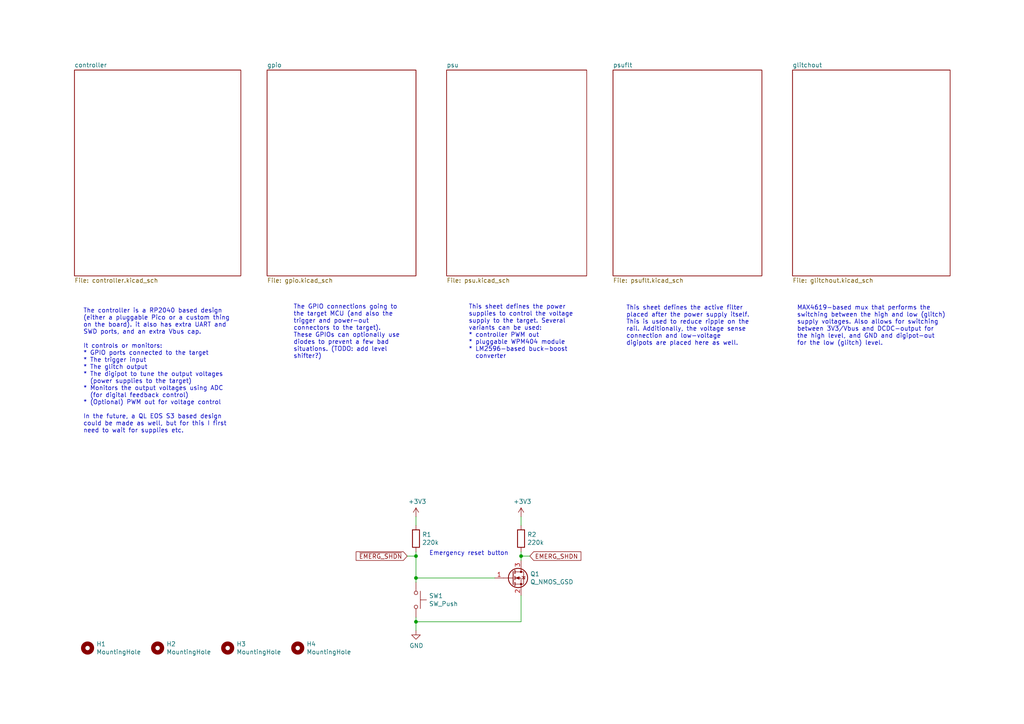
<source format=kicad_sch>
(kicad_sch (version 20211123) (generator eeschema)
  (paper "A4")
  (lib_symbols
    (symbol "Device:Q_NMOS_GSD" (pin_names (offset 0) hide)
      (property "Reference" "Q" (at 5.08 1.27 0))
      (property "Value" "Q_NMOS_GSD" (at 5.08 -1.27 0))
      (symbol "Q_NMOS_GSD_0_1"
        (polyline (pts (xy 0.254 0) (xy -2.54 0)))
        (polyline (pts (xy 0.254 1.905) (xy 0.254 -1.905)) (stroke (width 0.254)))
        (polyline (pts (xy 0.762 -1.27) (xy 0.762 -2.286)) (stroke (width 0.254)))
        (polyline (pts (xy 0.762 0.508) (xy 0.762 -0.508)) (stroke (width 0.254)))
        (polyline (pts (xy 0.762 2.286) (xy 0.762 1.27)) (stroke (width 0.254)))
        (polyline (pts (xy 2.54 2.54) (xy 2.54 1.778)))
        (polyline (pts (xy 2.54 -2.54) (xy 2.54 0) (xy 0.762 0)))
        (polyline (pts (xy 0.762 -1.778) (xy 3.302 -1.778) (xy 3.302 1.778) (xy 0.762 1.778)))
        (polyline (pts (xy 1.016 0) (xy 2.032 0.381) (xy 2.032 -0.381) (xy 1.016 0)) (fill (type outline)))
        (polyline (pts (xy 2.794 0.508) (xy 2.921 0.381) (xy 3.683 0.381) (xy 3.81 0.254)))
        (polyline (pts (xy 3.302 0.381) (xy 2.921 -0.254) (xy 3.683 -0.254) (xy 3.302 0.381)))
        (circle (center 1.651 0) (radius 2.794) (stroke (width 0.254)))
        (circle (center 2.54 -1.778) (radius 0.254) (fill (type outline)))
        (circle (center 2.54 1.778) (radius 0.254) (fill (type outline)))
      )
      (symbol "Q_NMOS_GSD_1_1"
        (pin input line (at -5.08 0 0) (length 2.54) (name "G") (number "1"))
        (pin passive line (at 2.54 -5.08 90) (length 2.54) (name "S") (number "2"))
        (pin passive line (at 2.54 5.08 270) (length 2.54) (name "D") (number "3"))
      )
    )
    (symbol "Device:R" (pin_numbers hide) (pin_names (offset 0))
      (property "Reference" "R" (at 2.032 0 90))
      (property "Value" "R" (at 0 0 90))
      (symbol "R_0_1"
        (rectangle (start -1.016 -2.54) (end 1.016 2.54) (stroke (width 0.254)))
      )
      (symbol "R_1_1"
        (pin passive line (at 0 3.81 270) (length 1.27) (name "~") (number "1"))
        (pin passive line (at 0 -3.81 90) (length 1.27) (name "~") (number "2"))
      )
    )
    (symbol "Mechanical:MountingHole" (pin_names (offset 1.016))
      (property "Reference" "H" (at 0 5.08 0))
      (property "Value" "MountingHole" (at 0 3.175 0))
      (symbol "MountingHole_0_1"
        (circle (center 0 0) (radius 1.27) (stroke (width 1.27)))
      )
    )
    (symbol "Switch:SW_Push" (pin_numbers hide) (pin_names (offset 1.016) hide)
      (property "Reference" "SW" (at 1.27 2.54 0))
      (property "Value" "SW_Push" (at 0 -1.524 0))
      (symbol "SW_Push_0_1"
        (circle (center -2.032 0) (radius 0.508))
        (polyline (pts (xy 0 1.27) (xy 0 3.048)))
        (polyline (pts (xy 2.54 1.27) (xy -2.54 1.27)))
        (circle (center 2.032 0) (radius 0.508))
        (pin passive line (at -5.08 0 0) (length 2.54) (name "1") (number "1"))
        (pin passive line (at 5.08 0 180) (length 2.54) (name "2") (number "2"))
      )
    )
    (symbol "power:+3V3" (power) (pin_names (offset 0))
      (property "Value" "+3V3" (at 0 3.556 0))
      (symbol "+3V3_0_1"
        (polyline (pts (xy -0.762 1.27) (xy 0 2.54)))
        (polyline (pts (xy 0 0) (xy 0 2.54)))
        (polyline (pts (xy 0 2.54) (xy 0.762 1.27)))
      )
      (symbol "+3V3_1_1"
        (pin power_in line (at 0 0 90) (length 0) hide (name "+3V3") (number "1"))
      )
    )
    (symbol "power:GND" (power) (pin_names (offset 0))
      (property "Value" "GND" (at 0 -3.81 0))
      (symbol "GND_0_1"
        (polyline (pts (xy 0 0) (xy 0 -1.27) (xy 1.27 -1.27) (xy 0 -2.54) (xy -1.27 -1.27) (xy 0 -1.27)))
      )
      (symbol "GND_1_1"
        (pin power_in line (at 0 0 270) (length 0) hide (name "GND") (number "1"))
      )
    )
  )
  (junction (at 120.65 161.29))
  (junction (at 120.65 167.64))
  (junction (at 151.13 161.29))
  (junction (at 120.65 180.34))
  (wire (pts (xy 151.13 161.29) (xy 151.13 162.56)))
  (wire (pts (xy 120.65 179.07) (xy 120.65 180.34)))
  (wire (pts (xy 118.11 161.29) (xy 120.65 161.29)))
  (wire (pts (xy 151.13 160.02) (xy 151.13 161.29)))
  (wire (pts (xy 120.65 168.91) (xy 120.65 167.64)))
  (wire (pts (xy 120.65 180.34) (xy 151.13 180.34)))
  (wire (pts (xy 120.65 149.86) (xy 120.65 152.4)))
  (wire (pts (xy 120.65 180.34) (xy 120.65 182.88)))
  (wire (pts (xy 120.65 161.29) (xy 120.65 167.64)))
  (wire (pts (xy 153.67 161.29) (xy 151.13 161.29)))
  (wire (pts (xy 120.65 167.64) (xy 143.51 167.64)))
  (wire (pts (xy 151.13 152.4) (xy 151.13 149.86)))
  (wire (pts (xy 151.13 180.34) (xy 151.13 172.72)))
  (wire (pts (xy 120.65 160.02) (xy 120.65 161.29)))
  (text "MAX4619-based mux that performs the\nswitching between the high and low (glitch)\nsupply voltages. Also allows for switching\nbetween 3V3/Vbus and DCDC-output for\nthe high level, and GND and digipot-out\nfor the low (glitch) level." (at 231.14 100.33 0) (effects (font (size 1.27 1.27)) (justify left bottom)))
  (text "The GPIO connections going to\nthe target MCU (and also the\ntrigger and power-out\nconnectors to the target).\nThese GPIOs can optionally use\ndiodes to prevent a few bad\nsituations. (TODO: add level\nshifter?)" (at 85.09 104.14 0) (effects (font (size 1.27 1.27)) (justify left bottom)))
  (text "This sheet defines the active filter\nplaced after the power supply itself.\nThis is used to reduce ripple on the\nrail. Additionally, the voltage sense\nconnection and low-voltage\ndigipots are placed here as well." (at 181.61 100.33 0) (effects (font (size 1.27 1.27)) (justify left bottom)))
  (text "This sheet defines the power\nsupplies to control the voltage\nsupply to the target. Several\nvariants can be used:\n* controller PWM out\n* pluggable WPM404 module\n* LM2596-based buck-boost\n  converter" (at 135.89 104.14 0) (effects (font (size 1.27 1.27)) (justify left bottom)))
  (text "Emergency reset button" (at 124.46 161.29 0) (effects (font (size 1.27 1.27)) (justify left bottom)))
  (text "The controller is a RP2040 based design\n(either a pluggable Pico or a custom thing\non the board). it also has extra UART and\nSWD ports, and an extra Vbus cap.\n\nIt controls or monitors:\n* GPIO ports connected to the target\n* The trigger input\n* The glitch output\n* The digipot to tune the output voltages\n  (power supplies to the target)\n* Monitors the output voltages using ADC\n  (for digital feedback control)\n* (Optional) PWM out for voltage control\n\nIn the future, a QL EOS S3 based design\ncould be made as well, but for this I first\nneed to wait for supplies etc." (at 24.13 125.73 0) (effects (font (size 1.27 1.27)) (justify left bottom)))
  (global_label "~{EMERG_SHDN}" (shape input) (at 118.11 161.29 180) (property "Intersheet References" "${INTERSHEET_REFS}" (effects hide)))
  (global_label "EMERG_SHDN" (shape input) (at 153.67 161.29 0) (property "Intersheet References" "${INTERSHEET_REFS}" (effects hide)))
  (symbol (lib_id "Mechanical:MountingHole") (at 25.4 187.96 0) (unit 1) (in_bom no)
    (property "Reference" "H1" (at 27.94 186.7916 0) (effects (justify left)))
    (property "Value" "MountingHole" (at 27.94 189.103 0) (effects (justify left)))
    (property "Footprint" "MountingHole:MountingHole_3.2mm_M3_Pad_Via" (effects hide))
  )
  (symbol (lib_id "Mechanical:MountingHole") (at 45.72 187.96 0) (unit 1) (in_bom no)
    (property "Reference" "H2" (at 48.26 186.7916 0) (effects (justify left)))
    (property "Value" "MountingHole" (at 48.26 189.103 0) (effects (justify left)))
    (property "Footprint" "MountingHole:MountingHole_3.2mm_M3_Pad_Via" (effects hide))
  )
  (symbol (lib_id "Mechanical:MountingHole") (at 66.04 187.96 0) (unit 1) (in_bom no)
    (property "Reference" "H3" (at 68.58 186.7916 0) (effects (justify left)))
    (property "Value" "MountingHole" (at 68.58 189.103 0) (effects (justify left)))
    (property "Footprint" "MountingHole:MountingHole_3.2mm_M3_Pad_Via" (effects hide))
  )
  (symbol (lib_id "Mechanical:MountingHole") (at 86.36 187.96 0) (unit 1) (in_bom no)
    (property "Reference" "H4" (at 88.9 186.7916 0) (effects (justify left)))
    (property "Value" "MountingHole" (at 88.9 189.103 0) (effects (justify left)))
    (property "Footprint" "MountingHole:MountingHole_3.2mm_M3_Pad_Via" (effects hide))
  )
  (symbol (lib_id "Switch:SW_Push") (at 120.65 173.99 270) (unit 1)
    (property "Reference" "SW1" (at 124.4092 172.8216 90) (effects (justify left)))
    (property "Value" "SW_Push" (at 124.4092 175.133 90) (effects (justify left)))
    (property "Footprint" "Button_Switch_THT:SW_PUSH_6mm" (effects hide))
  )
  (symbol (lib_id "power:GND") (at 120.65 182.88 0) (unit 1)
    (property "Reference" "#PWR0101" (effects hide))
    (property "Value" "GND" (at 120.777 187.2742 0))
  )
  (symbol (lib_id "Device:Q_NMOS_GSD") (at 148.59 167.64 0) (unit 1)
    (property "Reference" "Q1" (at 153.7716 166.4716 0) (effects (justify left)))
    (property "Value" "Q_NMOS_GSD" (at 153.7716 168.783 0) (effects (justify left)))
    (property "Footprint" "Package_TO_SOT_SMD:SOT-23" (effects hide))
  )
  (symbol (lib_id "Device:R") (at 151.13 156.21 0) (unit 1)
    (property "Reference" "R2" (at 152.908 155.0416 0) (effects (justify left)))
    (property "Value" "220k" (at 152.908 157.353 0) (effects (justify left)))
    (property "Footprint" "Resistor_SMD:R_0805_2012Metric_Pad1.20x1.40mm_HandSolder" (effects hide))
  )
  (symbol (lib_id "power:+3V3") (at 151.13 149.86 0) (unit 1)
    (property "Reference" "#PWR0128" (effects hide))
    (property "Value" "+3V3" (at 151.511 145.4658 0))
  )
  (symbol (lib_id "Device:R") (at 120.65 156.21 0) (unit 1)
    (property "Reference" "R1" (at 122.428 155.0416 0) (effects (justify left)))
    (property "Value" "220k" (at 122.428 157.353 0) (effects (justify left)))
    (property "Footprint" "Resistor_SMD:R_0805_2012Metric_Pad1.20x1.40mm_HandSolder" (effects hide))
  )
  (symbol (lib_id "power:+3V3") (at 120.65 149.86 0) (unit 1)
    (property "Reference" "#PWR0153" (effects hide))
    (property "Value" "+3V3" (at 121.031 145.4658 0))
  )
  (sheet (at 21.59 20.32) (size 48.26 59.69)
    (property "Sheet name" "controller" (at 21.59 19.6084 0) (effects (justify left bottom)))
    (property "Sheet file" "controller.kicad_sch" (at 21.59 80.5946 0) (effects (justify left top)))
  )
  (sheet (at 77.47 20.32) (size 43.18 59.69)
    (property "Sheet name" "gpio" (at 77.47 19.6084 0) (effects (justify left bottom)))
    (property "Sheet file" "gpio.kicad_sch" (at 77.47 80.5946 0) (effects (justify left top)))
  )
  (sheet (at 129.54 20.32) (size 40.64 59.69)
    (property "Sheet name" "psu" (at 129.54 19.6084 0) (effects (justify left bottom)))
    (property "Sheet file" "psu.kicad_sch" (at 129.54 80.5946 0) (effects (justify left top)))
  )
  (sheet (at 177.8 20.32) (size 43.18 59.69)
    (property "Sheet name" "psuflt" (at 177.8 19.6084 0) (effects (justify left bottom)))
    (property "Sheet file" "psuflt.kicad_sch" (at 177.8 80.5946 0) (effects (justify left top)))
  )
  (sheet (at 229.87 20.32) (size 45.72 59.69)
    (property "Sheet name" "glitchout" (at 229.87 19.6084 0) (effects (justify left bottom)))
    (property "Sheet file" "glitchout.kicad_sch" (at 229.87 80.5946 0) (effects (justify left top)))
  )
)
</source>
